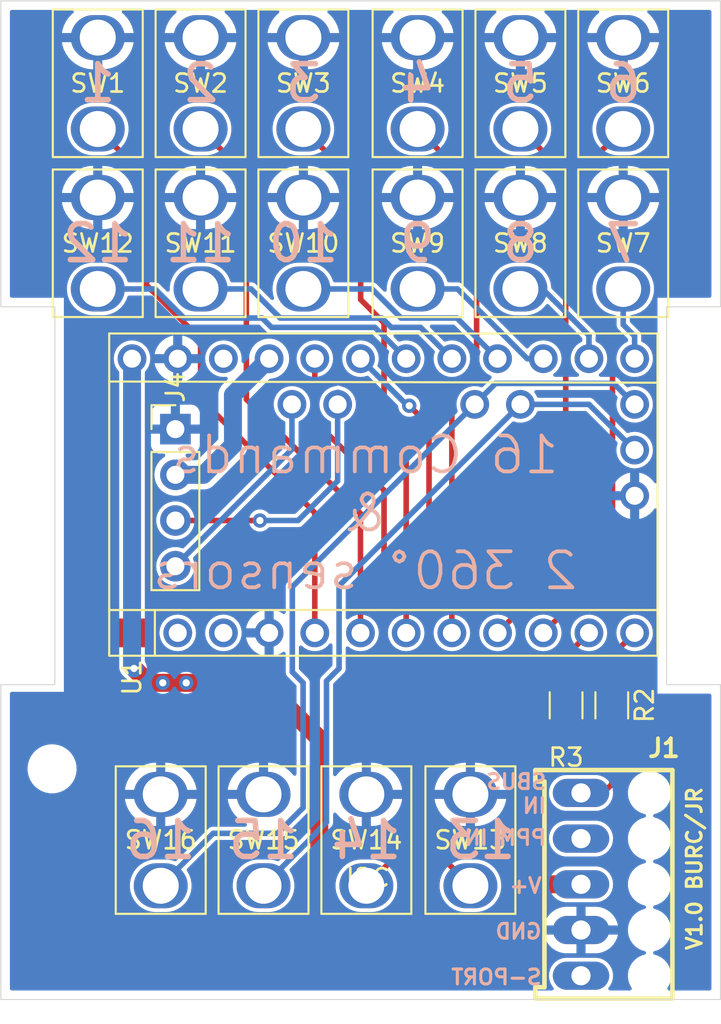
<source format=kicad_pcb>
(kicad_pcb (version 20221018) (generator pcbnew)
  (title_block (title "Encodeur BURC JR Format") (date "2022-08-12") (rev "v1.0") (company "@OpenAVRc"))
  (layers (0 "F.Cu" signal) (31 "B.Cu" signal) (34 "B.Paste" user) (35 "F.Paste" user) (36 "B.SilkS" user "B.Silkscreen") (37 "F.SilkS" user "F.Silkscreen") (38 "B.Mask" user) (39 "F.Mask" user) (44 "Edge.Cuts" user))
  (net 0 "")
  (net 1 "Net-(J1A-J)")
  (net 3 "Net-(J1C-J)")
  (net 4 "GND")
  (net 6 "Net-(U1-D9)")
  (net 7 "/C1")
  (net 8 "/C2")
  (net 9 "/C3")
  (net 10 "/C4")
  (net 11 "/C5")
  (net 12 "/C6")
  (net 13 "Net-(U1-D8)")
  (net 15 "/C7")
  (net 16 "/C8")
  (net 17 "/C9")
  (net 18 "/C10")
  (net 19 "/C11")
  (net 20 "/C12")
  (net 21 "/C13")
  (net 22 "/C14")
  (net 23 "/C15")
  (net 24 "/C16")
  (net 26 "+5V")
  (net 28 "/A5")
  (net 29 "/A4")
  (footprint "Connector_PinHeader_2.54mm:PinHeader_1x04_P2.54mm_Vertical" (layer "F.Cu") (at 138.3 100.5)
    (fp_text reference "J4" (at 0 -2.33 90) (layer "F.SilkS"))
    (fp_text value "I2C")
    (fp_line (start -1.33 -1.33) (end 0 -1.33) (stroke (width 0.12)) (layer "F.SilkS"))
    (fp_line (start -1.33 0) (end -1.33 -1.33) (stroke (width 0.12)) (layer "F.SilkS"))
    (fp_line (start -1.33 1.27) (end -1.33 8.95) (stroke (width 0.12)) (layer "F.SilkS"))
    (fp_line (start -1.33 1.27) (end 1.33 1.27) (stroke (width 0.12)) (layer "F.SilkS"))
    (fp_line (start -1.33 8.95) (end 1.33 8.95) (stroke (width 0.12)) (layer "F.SilkS"))
    (fp_line (start 1.33 1.27) (end 1.33 8.95) (stroke (width 0.12)) (layer "F.SilkS"))
    (pad "1" thru_hole rect (at 0 0) (size 1.7 1.7) (drill 1) (layers "*.Cu" "*.Mask") (net 4 "GND"))
    (pad "2" thru_hole oval (at 0 2.54) (size 1.7 1.7) (drill 1) (layers "*.Cu" "*.Mask") (net 26 "+5V"))
    (pad "3" thru_hole oval (at 0 5.08) (size 1.7 1.7) (drill 1) (layers "*.Cu" "*.Mask") (net 29 "/A4"))
    (pad "4" thru_hole oval (at 0 7.62) (size 1.7 1.7) (drill 1) (layers "*.Cu" "*.Mask") (net 28 "/A5"))
  )
  (footprint "BURC_Encoder_JRFormat_FootPrints:Interrupteur_SPDT_2Pins" (layer "F.Cu") (at 133.985 90.17)
    (fp_text reference "SW12" (at 0 0 unlocked) (layer "F.SilkS"))
    (fp_text value "SW_SPST" hide)
    (fp_line (start -2.5 -4.1) (end 2.5 -4.1) (stroke (width 0.12)) (layer "F.SilkS"))
    (fp_line (start -2.5 4.1) (end -2.5 -4.1) (stroke (width 0.12)) (layer "F.SilkS"))
    (fp_line (start 2.5 -4.1) (end 2.5 4.1) (stroke (width 0.12)) (layer "F.SilkS"))
    (fp_line (start 2.5 4.1) (end -2.5 4.1) (stroke (width 0.12)) (layer "F.SilkS"))
    (pad "1" thru_hole oval (at 0 -2.54) (size 3 2.5) (drill 2) (layers "*.Cu" "*.Mask") (net 4 "GND"))
    (pad "2" thru_hole oval (at 0 2.54) (size 3 2.5) (drill 2) (layers "*.Cu" "*.Mask") (net 20 "/C12"))
  )
  (footprint "BURC_Encoder_JRFormat_FootPrints:Interrupteur_SPDT_2Pins" (layer "F.Cu") (at 163.195 90.17)
    (fp_text reference "SW7" (at 0 0 unlocked) (layer "F.SilkS"))
    (fp_text value "SW_SPST" hide)
    (fp_line (start -2.5 -4.1) (end 2.5 -4.1) (stroke (width 0.12)) (layer "F.SilkS"))
    (fp_line (start -2.5 4.1) (end -2.5 -4.1) (stroke (width 0.12)) (layer "F.SilkS"))
    (fp_line (start 2.5 -4.1) (end 2.5 4.1) (stroke (width 0.12)) (layer "F.SilkS"))
    (fp_line (start 2.5 4.1) (end -2.5 4.1) (stroke (width 0.12)) (layer "F.SilkS"))
    (pad "1" thru_hole oval (at 0 -2.54) (size 3 2.5) (drill 2) (layers "*.Cu" "*.Mask") (net 4 "GND"))
    (pad "2" thru_hole oval (at 0 2.54) (size 3 2.5) (drill 2) (layers "*.Cu" "*.Mask") (net 15 "/C7"))
  )
  (footprint "BURC_Encoder_JRFormat_FootPrints:Interrupteur_SPDT_2Pins" (layer "F.Cu") (at 157.48 81.28)
    (fp_text reference "SW5" (at 0 0 unlocked) (layer "F.SilkS"))
    (fp_text value "SW_SPST" hide)
    (fp_line (start -2.5 -4.1) (end 2.5 -4.1) (stroke (width 0.12)) (layer "F.SilkS"))
    (fp_line (start -2.5 4.1) (end -2.5 -4.1) (stroke (width 0.12)) (layer "F.SilkS"))
    (fp_line (start 2.5 -4.1) (end 2.5 4.1) (stroke (width 0.12)) (layer "F.SilkS"))
    (fp_line (start 2.5 4.1) (end -2.5 4.1) (stroke (width 0.12)) (layer "F.SilkS"))
    (pad "1" thru_hole oval (at 0 -2.54) (size 3 2.5) (drill 2) (layers "*.Cu" "*.Mask") (net 4 "GND"))
    (pad "2" thru_hole oval (at 0 2.54) (size 3 2.5) (drill 2) (layers "*.Cu" "*.Mask") (net 11 "/C5"))
  )
  (footprint "BURC_Encoder_JRFormat_FootPrints:4455-B05" (layer "F.Cu") (at 160.849221 125.799532 -90)
    (fp_text reference "J1" (at -6.985 -3.615779) (layer "F.SilkS") (effects (font (thickness 0.21)) (justify left bottom)))
    (fp_text value "JR_CONNECTOR")
    (fp_line (start -6.35 -5.08) (end -6.35 2.54) (stroke (width 0.254)) (layer "F.SilkS"))
    (fp_line (start -6.35 2.54) (end -5.715 2.54) (stroke (width 0.254)) (layer "F.SilkS"))
    (fp_line (start -5.715 2.032) (end 5.715 2.032) (stroke (width 0.254)) (layer "F.SilkS"))
    (fp_line (start -5.715 2.54) (end -5.715 2.032) (stroke (width 0.254)) (layer "F.SilkS"))
    (fp_line (start 5.715 2.032) (end 5.715 2.54) (stroke (width 0.254)) (layer "F.SilkS"))
    (fp_line (start 5.715 2.54) (end 6.35 2.54) (stroke (width 0.254)) (layer "F.SilkS"))
    (fp_line (start 6.35 -5.08) (end -6.35 -5.08) (stroke (width 0.254)) (layer "F.SilkS"))
    (fp_line (start 6.35 2.54) (end 6.35 -5.08) (stroke (width 0.254)) (layer "F.SilkS"))
    (pad "" np_thru_hole circle (at -5.08 -3.81 270) (size 1.778 1.778) (drill 1.778) (layers "*.Cu" "*.Mask"))
    (pad "" np_thru_hole circle (at -2.54 -3.81 270) (size 1.778 1.778) (drill 1.778) (layers "*.Cu" "*.Mask"))
    (pad "" np_thru_hole circle (at 0 -3.81 270) (size 1.778 1.778) (drill 1.778) (layers "*.Cu" "*.Mask"))
    (pad "" np_thru_hole circle (at 2.54 -3.81 270) (size 1.778 1.778) (drill 1.778) (layers "*.Cu" "*.Mask"))
    (pad "" np_thru_hole circle (at 5.08 -3.81 270) (size 1.778 1.778) (drill 1.778) (layers "*.Cu" "*.Mask"))
    (pad "1" thru_hole oval (at -5.08 0) (size 3.1336 1.5668) (drill 1.0668) (layers "*.Cu" "*.Mask") (net 1 "Net-(J1A-J)"))
    (pad "2" thru_hole oval (at -2.54 0) (size 3.1336 1.5668) (drill 1.0668) (layers "*.Cu" "*.Mask"))
    (pad "3" thru_hole oval (at 0 0) (size 3.1336 1.5668) (drill 1.0668) (layers "*.Cu" "*.Mask") (net 3 "Net-(J1C-J)"))
    (pad "4" thru_hole oval (at 2.54 0) (size 3.1336 1.5668) (drill 1.0668) (layers "*.Cu" "*.Mask") (net 4 "GND"))
    (pad "5" thru_hole oval (at 5.08 0) (size 3.1336 1.5668) (drill 1.0668) (layers "*.Cu" "*.Mask"))
  )
  (footprint "BURC_Encoder_JRFormat_FootPrints:Interrupteur_SPDT_2Pins" (layer "F.Cu") (at 154.7 123.34)
    (fp_text reference "SW13" (at 0 0 unlocked) (layer "F.SilkS"))
    (fp_text value "SW_SPST" hide)
    (fp_line (start -2.5 -4.1) (end 2.5 -4.1) (stroke (width 0.12)) (layer "F.SilkS"))
    (fp_line (start -2.5 4.1) (end -2.5 -4.1) (stroke (width 0.12)) (layer "F.SilkS"))
    (fp_line (start 2.5 -4.1) (end 2.5 4.1) (stroke (width 0.12)) (layer "F.SilkS"))
    (fp_line (start 2.5 4.1) (end -2.5 4.1) (stroke (width 0.12)) (layer "F.SilkS"))
    (pad "1" thru_hole oval (at 0 -2.54) (size 3 2.5) (drill 2) (layers "*.Cu" "*.Mask") (net 4 "GND"))
    (pad "2" thru_hole oval (at 0 2.54) (size 3 2.5) (drill 2) (layers "*.Cu" "*.Mask") (net 21 "/C13"))
  )
  (footprint "BURC_Encoder_JRFormat_FootPrints:Interrupteur_SPDT_2Pins" (layer "F.Cu") (at 145.415 90.17)
    (fp_text reference "SW10" (at 0 0 unlocked) (layer "F.SilkS"))
    (fp_text value "SW_SPST" hide)
    (fp_line (start -2.5 -4.1) (end 2.5 -4.1) (stroke (width 0.12)) (layer "F.SilkS"))
    (fp_line (start -2.5 4.1) (end -2.5 -4.1) (stroke (width 0.12)) (layer "F.SilkS"))
    (fp_line (start 2.5 -4.1) (end 2.5 4.1) (stroke (width 0.12)) (layer "F.SilkS"))
    (fp_line (start 2.5 4.1) (end -2.5 4.1) (stroke (width 0.12)) (layer "F.SilkS"))
    (pad "1" thru_hole oval (at 0 -2.54) (size 3 2.5) (drill 2) (layers "*.Cu" "*.Mask") (net 4 "GND"))
    (pad "2" thru_hole oval (at 0 2.54) (size 3 2.5) (drill 2) (layers "*.Cu" "*.Mask") (net 18 "/C10"))
  )
  (footprint "BURC_Encoder_JRFormat_FootPrints:Interrupteur_SPDT_2Pins" (layer "F.Cu") (at 133.985 81.28)
    (fp_text reference "SW1" (at 0 0 unlocked) (layer "F.SilkS"))
    (fp_text value "SW_SPST" hide)
    (fp_line (start -2.5 -4.1) (end 2.5 -4.1) (stroke (width 0.12)) (layer "F.SilkS"))
    (fp_line (start -2.5 4.1) (end -2.5 -4.1) (stroke (width 0.12)) (layer "F.SilkS"))
    (fp_line (start 2.5 -4.1) (end 2.5 4.1) (stroke (width 0.12)) (layer "F.SilkS"))
    (fp_line (start 2.5 4.1) (end -2.5 4.1) (stroke (width 0.12)) (layer "F.SilkS"))
    (pad "1" thru_hole oval (at 0 -2.54) (size 3 2.5) (drill 2) (layers "*.Cu" "*.Mask") (net 4 "GND"))
    (pad "2" thru_hole oval (at 0 2.54) (size 3 2.5) (drill 2) (layers "*.Cu" "*.Mask") (net 7 "/C1"))
  )
  (footprint "BURC_Encoder_JRFormat_FootPrints:Interrupteur_SPDT_2Pins" (layer "F.Cu") (at 145.415 81.28)
    (fp_text reference "SW3" (at 0 0 unlocked) (layer "F.SilkS"))
    (fp_text value "SW_SPST" hide)
    (fp_line (start -2.5 -4.1) (end 2.5 -4.1) (stroke (width 0.12)) (layer "F.SilkS"))
    (fp_line (start -2.5 4.1) (end -2.5 -4.1) (stroke (width 0.12)) (layer "F.SilkS"))
    (fp_line (start 2.5 -4.1) (end 2.5 4.1) (stroke (width 0.12)) (layer "F.SilkS"))
    (fp_line (start 2.5 4.1) (end -2.5 4.1) (stroke (width 0.12)) (layer "F.SilkS"))
    (pad "1" thru_hole oval (at 0 -2.54) (size 3 2.5) (drill 2) (layers "*.Cu" "*.Mask") (net 4 "GND"))
    (pad "2" thru_hole oval (at 0 2.54) (size 3 2.5) (drill 2) (layers "*.Cu" "*.Mask") (net 9 "/C3"))
  )
  (footprint "BURC_Encoder_JRFormat_FootPrints:Interrupteur_SPDT_2Pins" (layer "F.Cu") (at 137.485 123.34)
    (fp_text reference "SW16" (at 0 0 unlocked) (layer "F.SilkS"))
    (fp_text value "SW_SPST" hide)
    (fp_line (start -2.5 -4.1) (end 2.5 -4.1) (stroke (width 0.12)) (layer "F.SilkS"))
    (fp_line (start -2.5 4.1) (end -2.5 -4.1) (stroke (width 0.12)) (layer "F.SilkS"))
    (fp_line (start 2.5 -4.1) (end 2.5 4.1) (stroke (width 0.12)) (layer "F.SilkS"))
    (fp_line (start 2.5 4.1) (end -2.5 4.1) (stroke (width 0.12)) (layer "F.SilkS"))
    (pad "1" thru_hole oval (at 0 -2.54) (size 3 2.5) (drill 2) (layers "*.Cu" "*.Mask") (net 4 "GND"))
    (pad "2" thru_hole oval (at 0 2.54) (size 3 2.5) (drill 2) (layers "*.Cu" "*.Mask") (net 24 "/C16"))
  )
  (footprint "BURC_Encoder_JRFormat_FootPrints:Interrupteur_SPDT_2Pins" (layer "F.Cu") (at 157.48 90.17)
    (fp_text reference "SW8" (at 0 0 unlocked) (layer "F.SilkS"))
    (fp_text value "SW_SPST" hide)
    (fp_line (start -2.5 -4.1) (end 2.5 -4.1) (stroke (width 0.12)) (layer "F.SilkS"))
    (fp_line (start -2.5 4.1) (end -2.5 -4.1) (stroke (width 0.12)) (layer "F.SilkS"))
    (fp_line (start 2.5 -4.1) (end 2.5 4.1) (stroke (width 0.12)) (layer "F.SilkS"))
    (fp_line (start 2.5 4.1) (end -2.5 4.1) (stroke (width 0.12)) (layer "F.SilkS"))
    (pad "1" thru_hole oval (at 0 -2.54) (size 3 2.5) (drill 2) (layers "*.Cu" "*.Mask") (net 4 "GND"))
    (pad "2" thru_hole oval (at 0 2.54) (size 3 2.5) (drill 2) (layers "*.Cu" "*.Mask") (net 16 "/C8"))
  )
  (footprint "BURC_Encoder_JRFormat_FootPrints:Interrupteur_SPDT_2Pins" (layer "F.Cu") (at 151.765 90.17)
    (fp_text reference "SW9" (at 0 0 unlocked) (layer "F.SilkS"))
    (fp_text value "SW_SPST" hide)
    (fp_line (start -2.5 -4.1) (end 2.5 -4.1) (stroke (width 0.12)) (layer "F.SilkS"))
    (fp_line (start -2.5 4.1) (end -2.5 -4.1) (stroke (width 0.12)) (layer "F.SilkS"))
    (fp_line (start 2.5 -4.1) (end 2.5 4.1) (stroke (width 0.12)) (layer "F.SilkS"))
    (fp_line (start 2.5 4.1) (end -2.5 4.1) (stroke (width 0.12)) (layer "F.SilkS"))
    (pad "1" thru_hole oval (at 0 -2.54) (size 3 2.5) (drill 2) (layers "*.Cu" "*.Mask") (net 4 "GND"))
    (pad "2" thru_hole oval (at 0 2.54) (size 3 2.5) (drill 2) (layers "*.Cu" "*.Mask") (net 17 "/C9"))
  )
  (footprint "Resistor_SMD:R_1206_3216Metric_Pad1.30x1.75mm_HandSolder" (layer "F.Cu") (at 160.02 115.85 -90)
    (fp_text reference "R3" (at 2.895 0 180) (layer "F.SilkS"))
    (fp_text value "1K")
    (fp_line (start -0.727064 -0.91) (end 0.727064 -0.91) (stroke (width 0.12)) (layer "F.SilkS"))
    (fp_line (start -0.727064 0.91) (end 0.727064 0.91) (stroke (width 0.12)) (layer "F.SilkS"))
    (pad "1" smd roundrect (at -1.55 0 270) (size 1.3 1.75) (layers "F.Cu" "F.Paste" "F.Mask") (roundrect_rratio 0.1923076923) (net 13 "Net-(U1-D8)"))
    (pad "2" smd roundrect (at 1.55 0 270) (size 1.3 1.75) (layers "F.Cu" "F.Paste" "F.Mask") (roundrect_rratio 0.1923076923))
  )
  (footprint "BURC_Encoder_JRFormat_FootPrints:Interrupteur_SPDT_2Pins" (layer "F.Cu") (at 139.7 81.28)
    (fp_text reference "SW2" (at 0 0 unlocked) (layer "F.SilkS"))
    (fp_text value "SW_SPST" hide)
    (fp_line (start -2.5 -4.1) (end 2.5 -4.1) (stroke (width 0.12)) (layer "F.SilkS"))
    (fp_line (start -2.5 4.1) (end -2.5 -4.1) (stroke (width 0.12)) (layer "F.SilkS"))
    (fp_line (start 2.5 -4.1) (end 2.5 4.1) (stroke (width 0.12)) (layer "F.SilkS"))
    (fp_line (start 2.5 4.1) (end -2.5 4.1) (stroke (width 0.12)) (layer "F.SilkS"))
    (pad "1" thru_hole oval (at 0 -2.54) (size 3 2.5) (drill 2) (layers "*.Cu" "*.Mask") (net 4 "GND"))
    (pad "2" thru_hole oval (at 0 2.54) (size 3 2.5) (drill 2) (layers "*.Cu" "*.Mask") (net 8 "/C2"))
  )
  (footprint "BURC_Encoder_JRFormat_FootPrints:Interrupteur_SPDT_2Pins" (layer "F.Cu") (at 151.765 81.28)
    (fp_text reference "SW4" (at 0 0 unlocked) (layer "F.SilkS"))
    (fp_text value "SW_SPST" hide)
    (fp_line (start -2.5 -4.1) (end 2.5 -4.1) (stroke (width 0.12)) (layer "F.SilkS"))
    (fp_line (start -2.5 4.1) (end -2.5 -4.1) (stroke (width 0.12)) (layer "F.SilkS"))
    (fp_line (start 2.5 -4.1) (end 2.5 4.1) (stroke (width 0.12)) (layer "F.SilkS"))
    (fp_line (start 2.5 4.1) (end -2.5 4.1) (stroke (width 0.12)) (layer "F.SilkS"))
    (pad "1" thru_hole oval (at 0 -2.54) (size 3 2.5) (drill 2) (layers "*.Cu" "*.Mask") (net 4 "GND"))
    (pad "2" thru_hole oval (at 0 2.54) (size 3 2.5) (drill 2) (layers "*.Cu" "*.Mask") (net 10 "/C4"))
  )
  (footprint "BURC_Encoder_JRFormat_FootPrints:Arduino_Pro_Mini_BURC" (layer "F.Cu") (at 135.89 111.825 90)
    (fp_text reference "U1" (at -2.475 0 90) (layer "F.SilkS"))
    (fp_text value "Arduino_Pro_Mini_BURC")
    (fp_line (start -1.27 -1.27) (end -1.27 29.21) (stroke (width 0.12)) (layer "F.SilkS"))
    (fp_line (start -1.27 -1.27) (end 1.27 -1.27) (stroke (width 0.12)) (layer "F.SilkS"))
    (fp_line (start 1.27 -1.27) (end 13.97 -1.27) (stroke (width 0.12)) (layer "F.SilkS"))
    (fp_line (start 1.27 1.27) (end -1.27 1.27) (stroke (width 0.12)) (layer "F.SilkS"))
    (fp_line (start 1.27 1.27) (end 1.27 -1.27) (stroke (width 0.12)) (layer "F.SilkS"))
    (fp_line (start 1.27 1.27) (end 1.27 29.21) (stroke (width 0.12)) (layer "F.SilkS"))
    (fp_line (start 1.335 29.21) (end -1.27 29.21) (stroke (width 0.12)) (layer "F.SilkS"))
    (fp_line (start 1.335 29.21) (end 13.905 29.21) (stroke (width 0.12)) (layer "F.SilkS"))
    (fp_line (start 13.905 29.21) (end 16.575 29.21) (stroke (width 0.12)) (layer "F.SilkS"))
    (fp_line (start 13.97 -1.27) (end 13.905 29.21) (stroke (width 0.12)) (layer "F.SilkS"))
    (fp_line (start 13.97 -1.27) (end 16.64 -1.27) (stroke (width 0.12)) (layer "F.SilkS"))
    (fp_line (start 16.64 29.21) (end 16.64 -1.27) (stroke (width 0.12)) (layer "F.SilkS"))
    (pad "1" smd rect (at 0 0 90) (size 1.6 1.6) (layers "F.Cu" "F.Paste" "F.Mask"))
    (pad "2" thru_hole oval (at 0 2.54 90) (size 1.6 1.6) (drill 1) (layers "*.Cu" "*.Mask"))
    (pad "3" thru_hole oval (at 0 5.08 90) (size 1.6 1.6) (drill 1) (layers "*.Cu" "*.Mask"))
    (pad "4" thru_hole oval (at 0 7.62 90) (size 1.6 1.6) (drill 1) (layers "*.Cu" "*.Mask") (net 4 "GND"))
    (pad "5" thru_hole oval (at 0 10.16 90) (size 1.6 1.6) (drill 1) (layers "*.Cu" "*.Mask") (net 7 "/C1"))
    (pad "6" thru_hole oval (at 0 12.7 90) (size 1.6 1.6) (drill 1) (layers "*.Cu" "*.Mask") (net 8 "/C2"))
    (pad "7" thru_hole oval (at 0 15.24 90) (size 1.6 1.6) (drill 1) (layers "*.Cu" "*.Mask") (net 9 "/C3"))
    (pad "8" thru_hole oval (at 0 17.78 90) (size 1.6 1.6) (drill 1) (layers "*.Cu" "*.Mask") (net 10 "/C4"))
    (pad "9" thru_hole oval (at 0 20.32 90) (size 1.6 1.6) (drill 1) (layers "*.Cu" "*.Mask") (net 11 "/C5"))
    (pad "10" thru_hole oval (at 0 22.86 90) (size 1.6 1.6) (drill 1) (layers "*.Cu" "*.Mask") (net 12 "/C6"))
    (pad "11" thru_hole oval (at 0 25.4 90) (size 1.6 1.6) (drill 1) (layers "*.Cu" "*.Mask") (net 13 "Net-(U1-D8)"))
    (pad "12" thru_hole oval (at 0 27.94 90) (size 1.6 1.6) (drill 1) (layers "*.Cu" "*.Mask") (net 6 "Net-(U1-D9)"))
    (pad "13" thru_hole oval (at 15.24 27.94 90) (size 1.6 1.6) (drill 1) (layers "*.Cu" "*.Mask") (net 15 "/C7"))
    (pad "14" thru_hole oval (at 15.24 25.4 90) (size 1.6 1.6) (drill 1) (layers "*.Cu" "*.Mask") (net 16 "/C8"))
    (pad "15" thru_hole oval (at 15.24 22.86 90) (size 1.6 1.6) (drill 1) (layers "*.Cu" "*.Mask") (net 17 "/C9"))
    (pad "16" thru_hole oval (at 15.24 20.32 90) (size 1.6 1.6) (drill 1) (layers "*.Cu" "*.Mask") (net 18 "/C10"))
    (pad "17" thru_hole oval (at 15.24 17.78 90) (size 1.6 1.6) (drill 1) (layers "*.Cu" "*.Mask") (net 19 "/C11"))
    (pad "18" thru_hole oval (at 15.24 15.24 90) (size 1.6 1.6) (drill 1) (layers "*.Cu" "*.Mask") (net 20 "/C12"))
    (pad "19" thru_hole oval (at 15.24 12.7 90) (size 1.6 1.6) (drill 1) (layers "*.Cu" "*.Mask") (net 21 "/C13"))
    (pad "20" thru_hole oval (at 15.24 10.16 90) (size 1.6 1.6) (drill 1) (layers "*.Cu" "*.Mask") (net 22 "/C14"))
    (pad "21" thru_hole oval (at 15.24 7.62 90) (size 1.6 1.6) (drill 1) (layers "*.Cu" "*.Mask") (net 26 "+5V"))
    (pad "22" thru_hole oval (at 15.24 5.08 90) (size 1.6 1.6) (drill 1) (layers "*.Cu" "*.Mask"))
    (pad "23" thru_hole oval (at 15.24 2.54 90) (size 1.6 1.6) (drill 1) (layers "*.Cu" "*.Mask") (net 4 "GND"))
    (pad "24" thru_hole oval (at 15.24 0 90) (size 1.6 1.6) (drill 1) (layers "*.Cu" "*.Mask") (net 3 "Net-(J1C-J)"))
    (pad "25" thru_hole oval (at 12.7 8.89 90) (size 1.6 1.6) (drill 1) (layers "*.Cu" "*.Mask") (net 28 "/A5"))
    (pad "26" thru_hole oval (at 12.7 11.43 90) (size 1.6 1.6) (drill 1) (layers "*.Cu" "*.Mask") (net 29 "/A4"))
    (pad "27" thru_hole oval (at 12.7 19.05 90) (size 1.6 1.6) (drill 1) (layers "*.Cu" "*.Mask") (net 24 "/C16"))
    (pad "28" thru_hole oval (at 12.7 21.59 90) (size 1.6 1.6) (drill 1) (layers "*.Cu" "*.Mask") (net 23 "/C15"))
    (pad "29" thru_hole oval (at 12.7 27.94 90) (size 1.6 1.6) (drill 1) (layers "*.Cu" "*.Mask") (net 24 "/C16"))
    (pad "30" thru_hole oval (at 10.16 27.94 90) (size 1.6 1.6) (drill 1) (layers "*.Cu" "*.Mask") (net 23 "/C15"))
    (pad "31" thru_hole oval (at 7.62 27.94 90) (size 1.6 1.6) (drill 1) (layers "*.Cu" "*.Mask") (net 4 "GND"))
  )
  (footprint "BURC_Encoder_JRFormat_FootPrints:Interrupteur_SPDT_2Pins" (layer "F.Cu") (at 143.2 123.34)
    (fp_text reference "SW15" (at 0 0 unlocked) (layer "F.SilkS"))
    (fp_text value "SW_SPST" hide)
    (fp_line (start -2.5 -4.1) (end 2.5 -4.1) (stroke (width 0.12)) (layer "F.SilkS"))
    (fp_line (start -2.5 4.1) (end -2.5 -4.1) (stroke (width 0.12)) (layer "F.SilkS"))
    (fp_line (start 2.5 -4.1) (end 2.5 4.1) (stroke (width 0.12)) (layer "F.SilkS"))
    (fp_line (start 2.5 4.1) (end -2.5 4.1) (stroke (width 0.12)) (layer "F.SilkS"))
    (pad "1" thru_hole oval (at 0 -2.54) (size 3 2.5) (drill 2) (layers "*.Cu" "*.Mask") (net 4 "GND"))
    (pad "2" thru_hole oval (at 0 2.54) (size 3 2.5) (drill 2) (layers "*.Cu" "*.Mask") (net 23 "/C15"))
  )
  (footprint "Resistor_SMD:R_1206_3216Metric_Pad1.30x1.75mm_HandSolder" (layer "F.Cu") (at 162.56 115.85 -90)
    (fp_text reference "R2" (at 0 -1.82 90) (layer "F.SilkS"))
    (fp_text value "1K")
    (fp_line (start -0.727064 -0.91) (end 0.727064 -0.91) (stroke (width 0.12)) (layer "F.SilkS"))
    (fp_line (start -0.727064 0.91) (end 0.727064 0.91) (stroke (width 0.12)) (layer "F.SilkS"))
    (pad "1" smd roundrect (at -1.55 0 270) (size 1.3 1.75) (layers "F.Cu" "F.Paste" "F.Mask") (roundrect_rratio 0.1923076923) (net 6 "Net-(U1-D9)"))
    (pad "2" smd roundrect (at 1.55 0 270) (size 1.3 1.75) (layers "F.Cu" "F.Paste" "F.Mask") (roundrect_rratio 0.1923076923) (net 1 "Net-(J1A-J)"))
  )
  (footprint "BURC_Encoder_JRFormat_FootPrints:Interrupteur_SPDT_2Pins" (layer "F.Cu") (at 163.195 81.28)
    (fp_text reference "SW6" (at 0 0 unlocked) (layer "F.SilkS"))
    (fp_text value "SW_SPST" hide)
    (fp_line (start -2.5 -4.1) (end 2.5 -4.1) (stroke (width 0.12)) (layer "F.SilkS"))
    (fp_line (start -2.5 4.1) (end -2.5 -4.1) (stroke (width 0.12)) (layer "F.SilkS"))
    (fp_line (start 2.5 -4.1) (end 2.5 4.1) (stroke (width 0.12)) (layer "F.SilkS"))
    (fp_line (start 2.5 4.1) (end -2.5 4.1) (stroke (width 0.12)) (layer "F.SilkS"))
    (pad "1" thru_hole oval (at 0 -2.54) (size 3 2.5) (drill 2) (layers "*.Cu" "*.Mask") (net 4 "GND"))
    (pad "2" thru_hole oval (at 0 2.54) (size 3 2.5) (drill 2) (layers "*.Cu" "*.Mask") (net 12 "/C6"))
  )
  (footprint "BURC_Encoder_JRFormat_FootPrints:Interrupteur_SPDT_2Pins" (layer "F.Cu") (at 148.915 123.34)
    (fp_text reference "SW14" (at 0 0 unlocked) (layer "F.SilkS"))
    (fp_text value "SW_SPST" hide)
    (fp_line (start -2.5 -4.1) (end 2.5 -4.1) (stroke (width 0.12)) (layer "F.SilkS"))
    (fp_line (start -2.5 4.1) (end -2.5 -4.1) (stroke (width 0.12)) (layer "F.SilkS"))
    (fp_line (start 2.5 -4.1) (end 2.5 4.1) (stroke (width 0.12)) (layer "F.SilkS"))
    (fp_line (start 2.5 4.1) (end -2.5 4.1) (stroke (width 0.12)) (layer "F.SilkS"))
    (pad "1" thru_hole oval (at 0 -2.54) (size 3 2.5) (drill 2) (layers "*.Cu" "*.Mask") (net 4 "GND"))
    (pad "2" thru_hole oval (at 0 2.54) (size 3 2.5) (drill 2) (layers "*.Cu" "*.Mask") (net 22 "/C14"))
  )
  (footprint "MountingHole:MountingHole_2.1mm" (layer "F.Cu") (at 131.445 119.38)
    (fp_text reference "REF**" hide)
    (fp_text value "MountingHole_2.1mm" hide)
    (pad "" np_thru_hole circle locked (at 0 0) (size 2.1 2.1) (drill 2.1) (layers "*.Cu" "*.Mask"))
  )
  (footprint "BURC_Encoder_JRFormat_FootPrints:Interrupteur_SPDT_2Pins" (layer "F.Cu") (at 139.7 90.17)
    (fp_text reference "SW11" (at 0 0 unlocked) (layer "F.SilkS"))
    (fp_text value "SW_SPST" hide)
    (fp_line (start -2.5 -4.1) (end 2.5 -4.1) (stroke (width 0.12)) (layer "F.SilkS"))
    (fp_line (start -2.5 4.1) (end -2.5 -4.1) (stroke (width 0.12)) (layer "F.SilkS"))
    (fp_line (start 2.5 -4.1) (end 2.5 4.1) (stroke (width 0.12)) (layer "F.SilkS"))
    (fp_line (start 2.5 4.1) (end -2.5 4.1) (stroke (width 0.12)) (layer "F.SilkS"))
    (pad "1" thru_hole oval (at 0 -2.54) (size 3 2.5) (drill 2) (layers "*.Cu" "*.Mask") (net 4 "GND"))
    (pad "2" thru_hole oval (at 0 2.54) (size 3 2.5) (drill 2) (layers "*.Cu" "*.Mask") (net 19 "/C11"))
  )
  (gr_line (start 168.6 132.2) (end 168.6 114.7) (stroke (width 0.05)) (layer "Edge.Cuts"))
  (gr_line (start 131.6 114.7) (end 131.6 93.7) (stroke (width 0.05)) (layer "Edge.Cuts"))
  (gr_line (start 128.6 132.2) (end 168.6 132.2) (stroke (width 0.05)) (layer "Edge.Cuts"))
  (gr_line (start 131.6 114.7) (end 128.6 114.7) (stroke (width 0.05)) (layer "Edge.Cuts"))
  (gr_line (start 165.6 93.7) (end 168.6 93.7) (stroke (width 0.05)) (layer "Edge.Cuts"))
  (gr_line (start 168.6 114.7) (end 165.6 114.7) (stroke (width 0.05)) (layer "Edge.Cuts"))
  (gr_line (start 165.6 114.7) (end 165.6 93.7) (stroke (width 0.05)) (layer "Edge.Cuts"))
  (gr_line (start 168.6 76.7) (end 128.6 76.7) (stroke (width 0.05)) (layer "Edge.Cuts"))
  (gr_line (start 168.6 93.7) (end 168.6 76.7) (stroke (width 0.05)) (layer "Edge.Cuts"))
  (gr_line (start 128.6 76.7) (end 128.6 93.7) (stroke (width 0.05)) (layer "Edge.Cuts"))
  (gr_line (start 128.6 114.7) (end 128.6 132.2) (stroke (width 0.05)) (layer "Edge.Cuts"))
  (gr_line (start 128.6 93.7) (end 131.6 93.7) (stroke (width 0.05)) (layer "Edge.Cuts"))
  (gr_text "16" (at 137.485 123.34) (layer "B.SilkS") (effects (font (size 2 2) (thickness 0.31)) (justify mirror)))
  (gr_text "GND" (at 158.75 128.905) (layer "B.SilkS") (effects (font (size 0.83 0.83) (thickness 0.17)) (justify left bottom mirror)))
  (gr_text "SBUS\nIN" (at 159.004 121.92) (layer "B.SilkS") (effects (font (size 0.83 0.83) (thickness 0.17)) (justify left bottom mirror)))
  (gr_text "3" (at 145.415 81.28) (layer "B.SilkS") (effects (font (size 2 2) (thickness 0.31)) (justify mirror)))
  (gr_text "4" (at 151.765 81.28) (layer "B.SilkS") (effects (font (size 2 2) (thickness 0.31)) (justify mirror)))
  (gr_text "S-PORT" (at 158.75 131.445) (layer "B.SilkS") (effects (font (size 0.83 0.83) (thickness 0.17)) (justify left bottom mirror)))
  (gr_text "2" (at 139.7 81.28) (layer "B.SilkS") (effects (font (size 2 2) (thickness 0.31)) (justify mirror)))
  (gr_text "16 Commands\n&\n2 360° sensors" (at 148.844 105.156) (layer "B.SilkS") (effects (font (size 2 2) (thickness 0.21)) (justify mirror)))
  (gr_text "15" (at 143.2 123.34) (layer "B.SilkS") (effects (font (size 2 2) (thickness 0.31)) (justify mirror)))
  (gr_text "1" (at 133.985 81.28) (layer "B.SilkS") (effects (font (size 2 2) (thickness 0.31)) (justify mirror)))
  (gr_text "6" (at 163.195 81.28) (layer "B.SilkS") (effects (font (size 2 2) (thickness 0.31)) (justify mirror)))
  (gr_text "PPM IN" (at 159.004 123.698) (layer "B.SilkS") (effects (font (size 0.83 0.83) (thickness 0.17)) (justify left bottom mirror)))
  (gr_text "9" (at 151.765 90.17) (layer "B.SilkS") (effects (font (size 2 2) (thickness 0.31)) (justify mirror)))
  (gr_text "13" (at 155.265 123.34) (layer "B.SilkS") (effects (font (size 2 2) (thickness 0.31)) (justify mirror)))
  (gr_text "5" (at 157.48 81.28) (layer "B.SilkS") (effects (font (size 2 2) (thickness 0.31)) (justify mirror)))
  (gr_text "8" (at 157.48 90.17) (layer "B.SilkS") (effects (font (size 2 2) (thickness 0.31)) (justify mirror)))
  (gr_text "7" (at 163.195 90.17) (layer "B.SilkS") (effects (font (size 2 2) (thickness 0.31)) (justify mirror)))
  (gr_text "14" (at 148.915 123.34) (layer "B.SilkS") (effects (font (size 2 2) (thickness 0.31)) (justify mirror)))
  (gr_text "V+" (at 158.75 126.365) (layer "B.SilkS") (effects (font (size 0.83 0.83) (thickness 0.17)) (justify left bottom mirror)))
  (gr_text "11" (at 139.7 90.17) (layer "B.SilkS") (effects (font (size 2 2) (thickness 0.31)) (justify mirror)))
  (gr_text "10" (at 145.415 90.17) (layer "B.SilkS") (effects (font (size 2 2) (thickness 0.31)) (justify mirror)))
  (gr_text "12" (at 133.985 90.17) (layer "B.SilkS") (effects (font (size 2 2) (thickness 0.31)) (justify mirror)))
  (gr_text "I2C" (at 149 125.44) (layer "F.SilkS") (effects (font (size 1 1))))
  (gr_text "V1.0 BURC/JR" (at 167.64 129.54 90) (layer "F.SilkS") (effects (font (size 0.83 0.83) (thickness 0.17)) (justify left bottom)))
  (segment (start 162.56 117.4) (end 162.56 120.24) (width 0.31) (layer "F.Cu") (net 1))
  (segment (start 162.56 120.24) (end 162.080468 120.719532) (width 0.31) (layer "F.Cu") (net 1))
  (segment (start 162.080468 120.719532) (end 160.849221 120.719532) (width 0.31) (layer "F.Cu") (net 1))
  (segment (start 159.454532 120.719532) (end 160.849221 120.719532) (width 0.21) (layer "B.Cu") (net 1))
  (segment (start 136 113.8) (end 136.8 114.6) (width 1) (layer "F.Cu") (net 3))
  (segment (start 148.1 128.4) (end 146.3 126.6) (width 1) (layer "F.Cu") (net 3))
  (segment (start 143.2 114.6) (end 138.9 114.6) (width 1) (layer "F.Cu") (net 3))
  (segment (start 156.3 128.4) (end 148.1 128.4) (width 1) (layer "F.Cu") (net 3))
  (segment (start 146.3 117.7) (end 143.2 114.6) (width 1) (layer "F.Cu") (net 3))
  (segment (start 146.3 126.6) (end 146.3 117.7) (width 1) (layer "F.Cu") (net 3))
  (segment (start 136.8 114.6) (end 137.6 114.6) (width 1) (layer "F.Cu") (net 3))
  (segment (start 137.6 114.6) (end 138.9 114.6) (width 1) (layer "F.Cu") (net 3))
  (segment (start 160.849221 125.799532) (end 158.900468 125.799532) (width 1) (layer "F.Cu") (net 3))
  (segment (start 158.900468 125.799532) (end 156.3 128.4) (width 1) (layer "F.Cu") (net 3))
  (via (at 136 113.8) (size 0.8) (drill 0.4) (layers "F.Cu" "B.Cu") (net 3))
  (via (at 138.9 114.6) (size 0.8) (drill 0.4) (layers "F.Cu" "B.Cu") (net 3))
  (via (at 137.6 114.6) (size 0.8) (drill 0.4) (layers "F.Cu" "B.Cu") (net 3))
  (segment (start 136 113.8) (end 135.89 113.69) (width 1) (layer "B.Cu") (net 3))
  (segment (start 135.89 113.69) (end 135.89 96.585) (width 1) (layer "B.Cu") (net 3))
  (segment (start 162.56 114.3) (end 162.56 113.095) (width 0.31) (layer "F.Cu") (net 6))
  (segment (start 162.56 113.095) (end 163.83 111.825) (width 0.31) (layer "F.Cu") (net 6))
  (segment (start 139.7 98.8) (end 146.05 105.15) (width 0.31) (layer "F.Cu") (net 7))
  (segment (start 133.985 83.82) (end 136.7 86.535) (width 0.31) (layer "F.Cu") (net 7))
  (segment (start 136.7 92.5) (end 139.7 95.5) (width 0.31) (layer "F.Cu") (net 7))
  (segment (start 136.7 86.535) (end 136.7 92.5) (width 0.31) (layer "F.Cu") (net 7))
  (segment (start 146.05 105.15) (end 146.05 111.825) (width 0.31) (layer "F.Cu") (net 7))
  (segment (start 139.7 95.5) (end 139.7 98.8) (width 0.31) (layer "F.Cu") (net 7))
  (segment (start 148.59 105.19) (end 148.59 111.825) (width 0.31) (layer "F.Cu") (net 8))
  (segment (start 142.245 98.845) (end 148.59 105.19) (width 0.31) (layer "F.Cu") (net 8))
  (segment (start 142.245 86.365) (end 142.245 98.845) (width 0.31) (layer "F.Cu") (net 8))
  (segment (start 139.7 83.82) (end 142.245 86.365) (width 0.31) (layer "F.Cu") (net 8))
  (segment (start 149.9 100.6) (end 151.13 101.83) (width 0.31) (layer "F.Cu") (net 9))
  (segment (start 145.415 83.82) (end 148.6 87.005) (width 0.31) (layer "F.Cu") (net 9))
  (segment (start 149.9 94.6) (end 149.9 100.6) (width 0.31) (layer "F.Cu") (net 9))
  (segment (start 148.6 93.3) (end 149.9 94.6) (width 0.31) (layer "F.Cu") (net 9))
  (segment (start 151.13 101.83) (end 151.13 111.825) (width 0.31) (layer "F.Cu") (net 9))
  (segment (start 148.6 87.005) (end 148.6 93.3) (width 0.31) (layer "F.Cu") (net 9))
  (segment (start 155.045 87.1) (end 151.765 83.82) (width 0.31) (layer "F.Cu") (net 10))
  (segment (start 155.045 97.155) (end 155.045 87.1) (width 0.31) (layer "F.Cu") (net 10))
  (segment (start 153.67 111.825) (end 153.67 98.53) (width 0.31) (layer "F.Cu") (net 10))
  (segment (start 153.67 98.53) (end 155.045 97.155) (width 0.31) (layer "F.Cu") (net 10))
  (segment (start 160 108.035) (end 156.21 111.825) (width 0.31) (layer "F.Cu") (net 11))
  (segment (start 157.48 83.82) (end 160 86.34) (width 0.31) (layer "F.Cu") (net 11))
  (segment (start 160 86.34) (end 160 108.035) (width 0.31) (layer "F.Cu") (net 11))
  (segment (start 160.9 93.7) (end 160.9 86.115) (width 0.31) (layer "F.Cu") (net 12))
  (segment (start 162.6 95.4) (end 160.9 93.7) (width 0.31) (layer "F.Cu") (net 12))
  (segment (start 160.9 86.115) (end 163.195 83.82) (width 0.31) (layer "F.Cu") (net 12))
  (segment (start 158.75 111.825) (end 162.6 107.975) (width 0.31) (layer "F.Cu") (net 12))
  (segment (start 162.6 107.975) (end 162.6 95.4) (width 0.31) (layer "F.Cu") (net 12))
  (segment (start 160.02 113.095) (end 161.29 111.825) (width 0.31) (layer "F.Cu") (net 13))
  (segment (start 160.02 114.3) (end 160.02 113.095) (width 0.31) (layer "F.Cu") (net 13))
  (segment (start 163.195 94.695) (end 163.83 95.33) (width 0.31) (layer "B.Cu") (net 15))
  (segment (start 163.195 92.71) (end 163.195 94.695) (width 0.31) (layer "B.Cu") (net 15))
  (segment (start 163.83 95.33) (end 163.83 96.585) (width 0.31) (layer "B.Cu") (net 15))
  (segment (start 157.48 92.71) (end 158.71 92.71) (width 0.31) (layer "B.Cu") (net 16))
  (segment (start 158.71 92.71) (end 161.3 95.3) (width 0.31) (layer "B.Cu") (net 16))
  (segment (start 161.29 95.31) (end 161.29 96.585) (width 0.31) (layer "B.Cu") (net 16))
  (segment (start 161.3 95.3) (end 161.29 95.31) (width 0.31) (layer "B.Cu") (net 16))
  (segment (start 153.982559 92.71) (end 157.857559 96.585) (width 0.31) (layer "B.Cu") (net 17))
  (segment (start 151.765 92.71) (end 153.982559 92.71) (width 0.31) (layer "B.Cu") (net 17))
  (segment (start 157.857559 96.585) (end 158.75 96.585) (width 0.31) (layer "B.Cu") (net 17))
  (segment (start 144.78 93.345) (end 146.05 93.345) (width 0.21) (layer "F.Cu") (net 18))
  (segment (start 150.846045 94.325) (end 153.95 94.325) (width 0.31) (layer "B.Cu") (net 18))
  (segment (start 153.95 94.325) (end 156.21 96.585) (width 0.31) (layer "B.Cu") (net 18))
  (segment (start 149.231045 92.71) (end 150.846045 94.325) (width 0.31) (layer "B.Cu") (net 18))
  (segment (start 145.415 92.71) (end 149.231045 92.71) (width 0.31) (layer "B.Cu") (net 18))
  (segment (start 144.125 94.325) (end 149.78 94.325) (width 0.31) (layer "B.Cu") (net 19))
  (segment (start 139.7 92.71) (end 142.51 92.71) (width 0.31) (layer "B.Cu") (net 19))
  (segment (start 149.78 94.325) (end 150.3 94.845) (width 0.31) (layer "B.Cu") (net 19))
  (segment (start 142.51 92.71) (end 144.125 94.325) (width 0.31) (layer "B.Cu") (net 19))
  (segment (start 150.3 94.845) (end 151.93 94.845) (width 0.31) (layer "B.Cu") (net 19))
  (segment (start 151.93 94.845) (end 153.67 96.585) (width 0.31) (layer "B.Cu") (net 19))
  (segment (start 151.13 96.585) (end 149.39 94.845) (width 0.31) (layer "B.Cu") (net 20))
  (segment (start 143.645 94.845) (end 143.125 94.325) (width 0.31) (layer "B.Cu") (net 20))
  (segment (start 149.39 94.845) (end 143.645 94.845) (width 0.31) (layer "B.Cu") (net 20))
  (segment (start 138.781045 94.325) (end 137.166045 92.71) (width 0.31) (layer "B.Cu") (net 20))
  (segment (start 143.125 94.325) (end 138.781045 94.325) (width 0.31) (layer "B.Cu") (net 20))
  (segment (start 137.166045 92.71) (end 133.985 92.71) (width 0.31) (layer "B.Cu") (net 20))
  (segment (start 152.4 100.3) (end 152.4 123.58) (width 0.31) (layer "F.Cu") (net 21))
  (segment (start 151.3 99.2) (end 152.4 100.3) (width 0.31) (layer "F.Cu") (net 21))
  (segment (start 152.4 123.58) (end 154.7 125.88) (width 0.31) (layer "F.Cu") (net 21))
  (via (at 151.3 99.2) (size 0.8) (drill 0.4) (layers "F.Cu" "B.Cu") (net 21))
  (segment (start 148.59 96.585) (end 151.205 99.2) (width 0.31) (layer "B.Cu") (net 21))
  (segment (start 151.205 99.2) (end 151.3 99.2) (width 0.31) (layer "B.Cu") (net 21))
  (segment (start 146.05 100.05) (end 149.9 103.9) (width 0.31) (layer "F.Cu") (net 22))
  (segment (start 149.9 113.6) (end 151.1 114.8) (width 0.31) (layer "F.Cu") (net 22))
  (segment (start 146.05 96.585) (end 146.05 100.05) (width 0.31) (layer "F.Cu") (net 22))
  (segment (start 151.1 114.8) (end 151.1 123.695) (width 0.31) (layer "F.Cu") (net 22))
  (segment (start 151.1 123.695) (end 148.915 125.88) (width 0.31) (layer "F.Cu") (net 22))
  (segment (start 149.9 103.9) (end 149.9 113.6) (width 0.31) (layer "F.Cu") (net 22))
  (segment (start 147.4 113.8) (end 146.7 114.5) (width 0.31) (layer "B.Cu") (net 23))
  (segment (start 157.48 99.125) (end 161.29 99.125) (width 0.31) (layer "B.Cu") (net 23))
  (segment (start 146.1 122.94) (end 146.1 122.98) (width 0.31) (layer "B.Cu") (net 23))
  (segment (start 147.4 109.205) (end 147.4 113.8) (width 0.31) (layer "B.Cu") (net 23))
  (segment (start 157.48 99.125) (end 147.4 109.205) (width 0.31) (layer "B.Cu") (net 23))
  (segment (start 146.7 114.5) (end 146.7 122.34) (width 0.31) (layer "B.Cu") (net 23))
  (segment (start 161.29 99.125) (end 163.83 101.665) (width 0.31) (layer "B.Cu") (net 23))
  (segment (start 146.1 122.98) (end 143.2 125.88) (width 0.31) (layer "B.Cu") (net 23))
  (segment (start 146.7 122.34) (end 146.1 122.94) (width 0.31) (layer "B.Cu") (net 23))
  (segment (start 154.94 99.125) (end 144.8 109.265) (width 0.31) (layer "B.Cu") (net 24))
  (segment (start 143.975 122.965) (end 140.4 122.965) (width 0.31) (layer "B.Cu") (net 24))
  (segment (start 162.665 97.96) (end 163.83 99.125) (width 0.31) (layer "B.Cu") (net 24))
  (segment (start 145.4 121.54) (end 143.975 122.965) (width 0.31) (layer "B.Cu") (net 24))
  (segment (start 140.4 122.965) (end 137.485 125.88) (width 0.31) (layer "B.Cu") (net 24))
  (segment (start 145.4 114.6) (end 145.4 121.54) (width 0.31) (layer "B.Cu") (net 24))
  (segment (start 144.8 109.265) (end 144.8 114) (width 0.31) (layer "B.Cu") (net 24))
  (segment (start 154.94 99.125) (end 156.105 97.96) (width 0.31) (layer "B.Cu") (net 24))
  (segment (start 156.105 97.96) (end 162.665 97.96) (width 0.31) (layer "B.Cu") (net 24))
  (segment (start 144.8 114) (end 145.4 114.6) (width 0.31) (layer "B.Cu") (net 24))
  (segment (start 141.5 101.4) (end 141.5 98.595) (width 1) (layer "B.Cu") (net 26))
  (segment (start 138.3 103.04) (end 139.86 103.04) (width 1) (layer "B.Cu") (net 26))
  (segment (start 141.5 98.595) (end 143.51 96.585) (width 1) (layer "B.Cu") (net 26))
  (segment (start 139.86 103.04) (end 141.5 101.4) (width 1) (layer "B.Cu") (net 26))
  (segment (start 144.78 99.125) (end 144.78 101.62) (width 0.31) (layer "B.Cu") (net 28))
  (segment (start 138.3 108.1) (end 138.3 108.12) (width 0.31) (layer "B.Cu") (net 28))
  (segment (start 144.78 101.62) (end 138.3 108.1) (width 0.31) (layer "B.Cu") (net 28))
  (segment (start 143 105.58) (end 138.3 105.58) (width 0.31) (layer "F.Cu") (net 29))
  (via (at 143 105.58) (size 0.8) (drill 0.4) (layers "F.Cu" "B.Cu") (net 29))
  (segment (start 145.12 105.58) (end 147.32 103.38) (width 0.31) (layer "B.Cu") (net 29))
  (segment (start 143 105.58) (end 145.12 105.58) (width 0.31) (layer "B.Cu") (net 29))
  (segment (start 147.34551 99.72051) (end 147.34551 98.39949) (width 0.21) (layer "B.Cu") (net 29))
  (segment (start 147.32 103.38) (end 147.32 99.125) (width 0.31) (layer "B.Cu") (net 29))
  (zone (net 4) (net_name "GND") (layer "B.Cu") (connect_pads (clearance 0.21)) (min_thickness 0.21) (fill yes (thermal_gap 0.508) (thermal_bridge_width 0.508))
    (polygon (pts (xy 168.1 93.2) (xy 165.1 93.2) (xy 165.1 115.2) (xy 168.1 115.2) (xy 168.1 131.7) (xy 129.1 131.7) (xy 129.1 115.1) (xy 132.1 115.1) (xy 132.1 93.2) (xy 129.1 93.2) (xy 129.1 77.2) (xy 168.1 77.2)))
  )
)
</source>
